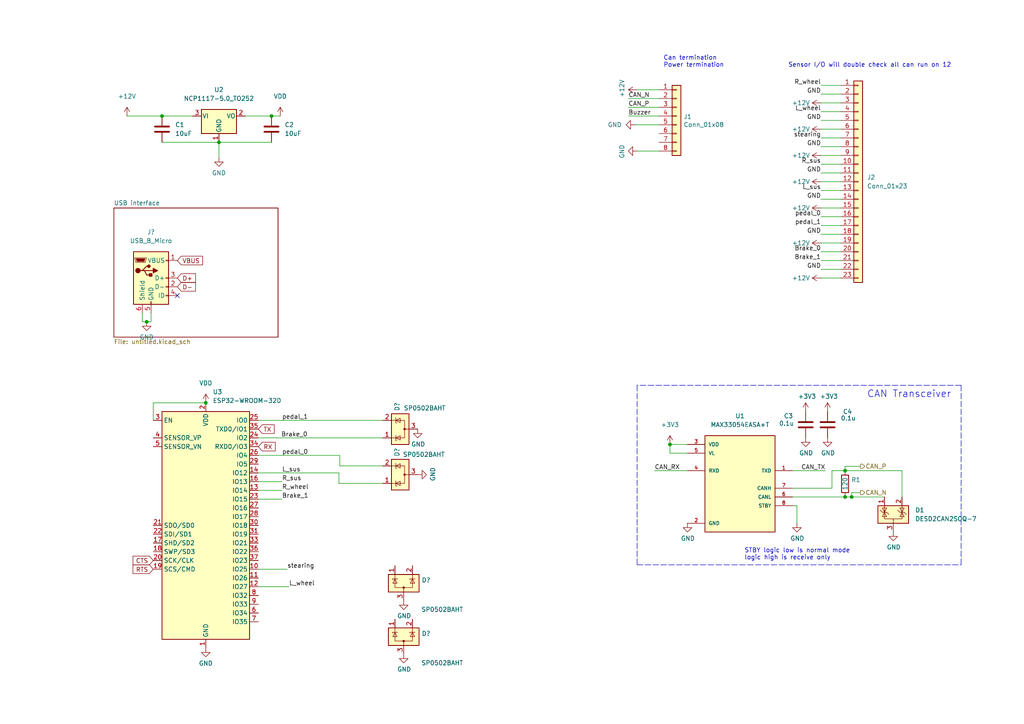
<source format=kicad_sch>
(kicad_sch (version 20211123) (generator eeschema)
  (paper "A4")
  (lib_symbols
    (symbol "AERO_Symbols:MAX33054EASA+T" (pin_names (offset 1.016))
      (property "Reference" "U" (at -10.16 13.6906 0))
      (property "Value" "MAX33054EASA+T" (at -10.16 -19.2278 0))
      (symbol "MAX33054EASA+T_0_0"
        (rectangle (start -10.16 -15.24) (end 10.16 12.7) (stroke (width 0.254)) (fill (type background)))
        (pin input line (at -15.24 2.54 0) (length 5.08) (name "TXD") (number "1"))
        (pin power_in line (at 15.24 -12.7 180) (length 5.08) (name "GND") (number "2"))
        (pin power_in line (at 15.24 10.16 180) (length 5.08) (name "VDD") (number "3"))
        (pin output line (at 15.24 2.54 180) (length 5.08) (name "RXD") (number "4"))
        (pin power_in line (at 15.24 7.62 180) (length 5.08) (name "VL") (number "5"))
        (pin input line (at -15.24 -5.08 0) (length 5.08) (name "CANL") (number "6"))
        (pin input line (at -15.24 -2.54 0) (length 5.08) (name "CANH") (number "7"))
        (pin input line (at -15.24 -7.62 0) (length 5.08) (name "STBY") (number "8"))
      )
    )
    (symbol "Connector:USB_B_Micro" (pin_names (offset 1.016))
      (property "Reference" "J" (at -5.08 11.43 0))
      (property "Value" "USB_B_Micro" (at -5.08 8.89 0))
      (symbol "USB_B_Micro_0_1"
        (rectangle (start -5.08 -7.62) (end 5.08 7.62) (stroke (width 0.254)) (fill (type background)))
        (circle (center -3.81 2.159) (radius 0.635) (stroke (width 0.254)) (fill (type outline)))
        (circle (center -0.635 3.429) (radius 0.381) (stroke (width 0.254)) (fill (type outline)))
        (rectangle (start -0.127 -7.62) (end 0.127 -6.858))
        (polyline (pts (xy -1.905 2.159) (xy 0.635 2.159)) (stroke (width 0.254)))
        (polyline (pts (xy -3.175 2.159) (xy -2.54 2.159) (xy -1.27 3.429) (xy -0.635 3.429)) (stroke (width 0.254)))
        (polyline (pts (xy -2.54 2.159) (xy -1.905 2.159) (xy -1.27 0.889) (xy 0 0.889)) (stroke (width 0.254)))
        (polyline (pts (xy 0.635 2.794) (xy 0.635 1.524) (xy 1.905 2.159) (xy 0.635 2.794)) (stroke (width 0.254)) (fill (type outline)))
        (polyline (pts (xy -4.318 5.588) (xy -1.778 5.588) (xy -2.032 4.826) (xy -4.064 4.826) (xy -4.318 5.588)) (fill (type outline)))
        (polyline (pts (xy -4.699 5.842) (xy -4.699 5.588) (xy -4.445 4.826) (xy -4.445 4.572) (xy -1.651 4.572) (xy -1.651 4.826) (xy -1.397 5.588) (xy -1.397 5.842) (xy -4.699 5.842)))
        (rectangle (start 0.254 1.27) (end -0.508 0.508) (stroke (width 0.254)) (fill (type outline)))
        (rectangle (start 5.08 -5.207) (end 4.318 -4.953))
        (rectangle (start 5.08 -2.667) (end 4.318 -2.413))
        (rectangle (start 5.08 -0.127) (end 4.318 0.127))
        (rectangle (start 5.08 4.953) (end 4.318 5.207))
      )
      (symbol "USB_B_Micro_1_1"
        (pin power_out line (at 7.62 5.08 180) (length 2.54) (name "VBUS") (number "1"))
        (pin bidirectional line (at 7.62 -2.54 180) (length 2.54) (name "D-") (number "2"))
        (pin bidirectional line (at 7.62 0 180) (length 2.54) (name "D+") (number "3"))
        (pin passive line (at 7.62 -5.08 180) (length 2.54) (name "ID") (number "4"))
        (pin power_out line (at 0 -10.16 90) (length 2.54) (name "GND") (number "5"))
        (pin passive line (at -2.54 -10.16 90) (length 2.54) (name "Shield") (number "6"))
      )
    )
    (symbol "Connector_Generic:Conn_01x08" (pin_names (offset 1.016) hide)
      (property "Reference" "J" (at 0 10.16 0))
      (property "Value" "Conn_01x08" (at 0 -12.7 0))
      (symbol "Conn_01x08_1_1"
        (rectangle (start -1.27 -10.033) (end 0 -10.287) (stroke (width 0.1524)))
        (rectangle (start -1.27 -7.493) (end 0 -7.747) (stroke (width 0.1524)))
        (rectangle (start -1.27 -4.953) (end 0 -5.207) (stroke (width 0.1524)))
        (rectangle (start -1.27 -2.413) (end 0 -2.667) (stroke (width 0.1524)))
        (rectangle (start -1.27 0.127) (end 0 -0.127) (stroke (width 0.1524)))
        (rectangle (start -1.27 2.667) (end 0 2.413) (stroke (width 0.1524)))
        (rectangle (start -1.27 5.207) (end 0 4.953) (stroke (width 0.1524)))
        (rectangle (start -1.27 7.747) (end 0 7.493) (stroke (width 0.1524)))
        (rectangle (start -1.27 8.89) (end 1.27 -11.43) (stroke (width 0.254)) (fill (type background)))
        (pin passive line (at -5.08 7.62 0) (length 3.81) (name "Pin_1") (number "1"))
        (pin passive line (at -5.08 5.08 0) (length 3.81) (name "Pin_2") (number "2"))
        (pin passive line (at -5.08 2.54 0) (length 3.81) (name "Pin_3") (number "3"))
        (pin passive line (at -5.08 0 0) (length 3.81) (name "Pin_4") (number "4"))
        (pin passive line (at -5.08 -2.54 0) (length 3.81) (name "Pin_5") (number "5"))
        (pin passive line (at -5.08 -5.08 0) (length 3.81) (name "Pin_6") (number "6"))
        (pin passive line (at -5.08 -7.62 0) (length 3.81) (name "Pin_7") (number "7"))
        (pin passive line (at -5.08 -10.16 0) (length 3.81) (name "Pin_8") (number "8"))
      )
    )
    (symbol "Connector_Generic:Conn_01x23" (pin_names (offset 1.016) hide)
      (property "Reference" "J" (at 0 30.48 0))
      (property "Value" "Conn_01x23" (at 0 -30.48 0))
      (symbol "Conn_01x23_1_1"
        (rectangle (start -1.27 -27.813) (end 0 -28.067) (stroke (width 0.1524)))
        (rectangle (start -1.27 -25.273) (end 0 -25.527) (stroke (width 0.1524)))
        (rectangle (start -1.27 -22.733) (end 0 -22.987) (stroke (width 0.1524)))
        (rectangle (start -1.27 -20.193) (end 0 -20.447) (stroke (width 0.1524)))
        (rectangle (start -1.27 -17.653) (end 0 -17.907) (stroke (width 0.1524)))
        (rectangle (start -1.27 -15.113) (end 0 -15.367) (stroke (width 0.1524)))
        (rectangle (start -1.27 -12.573) (end 0 -12.827) (stroke (width 0.1524)))
        (rectangle (start -1.27 -10.033) (end 0 -10.287) (stroke (width 0.1524)))
        (rectangle (start -1.27 -7.493) (end 0 -7.747) (stroke (width 0.1524)))
        (rectangle (start -1.27 -4.953) (end 0 -5.207) (stroke (width 0.1524)))
        (rectangle (start -1.27 -2.413) (end 0 -2.667) (stroke (width 0.1524)))
        (rectangle (start -1.27 0.127) (end 0 -0.127) (stroke (width 0.1524)))
        (rectangle (start -1.27 2.667) (end 0 2.413) (stroke (width 0.1524)))
        (rectangle (start -1.27 5.207) (end 0 4.953) (stroke (width 0.1524)))
        (rectangle (start -1.27 7.747) (end 0 7.493) (stroke (width 0.1524)))
        (rectangle (start -1.27 10.287) (end 0 10.033) (stroke (width 0.1524)))
        (rectangle (start -1.27 12.827) (end 0 12.573) (stroke (width 0.1524)))
        (rectangle (start -1.27 15.367) (end 0 15.113) (stroke (width 0.1524)))
        (rectangle (start -1.27 17.907) (end 0 17.653) (stroke (width 0.1524)))
        (rectangle (start -1.27 20.447) (end 0 20.193) (stroke (width 0.1524)))
        (rectangle (start -1.27 22.987) (end 0 22.733) (stroke (width 0.1524)))
        (rectangle (start -1.27 25.527) (end 0 25.273) (stroke (width 0.1524)))
        (rectangle (start -1.27 28.067) (end 0 27.813) (stroke (width 0.1524)))
        (rectangle (start -1.27 29.21) (end 1.27 -29.21) (stroke (width 0.254)) (fill (type background)))
        (pin passive line (at -5.08 27.94 0) (length 3.81) (name "Pin_1") (number "1"))
        (pin passive line (at -5.08 5.08 0) (length 3.81) (name "Pin_10") (number "10"))
        (pin passive line (at -5.08 2.54 0) (length 3.81) (name "Pin_11") (number "11"))
        (pin passive line (at -5.08 0 0) (length 3.81) (name "Pin_12") (number "12"))
        (pin passive line (at -5.08 -2.54 0) (length 3.81) (name "Pin_13") (number "13"))
        (pin passive line (at -5.08 -5.08 0) (length 3.81) (name "Pin_14") (number "14"))
        (pin passive line (at -5.08 -7.62 0) (length 3.81) (name "Pin_15") (number "15"))
        (pin passive line (at -5.08 -10.16 0) (length 3.81) (name "Pin_16") (number "16"))
        (pin passive line (at -5.08 -12.7 0) (length 3.81) (name "Pin_17") (number "17"))
        (pin passive line (at -5.08 -15.24 0) (length 3.81) (name "Pin_18") (number "18"))
        (pin passive line (at -5.08 -17.78 0) (length 3.81) (name "Pin_19") (number "19"))
        (pin passive line (at -5.08 25.4 0) (length 3.81) (name "Pin_2") (number "2"))
        (pin passive line (at -5.08 -20.32 0) (length 3.81) (name "Pin_20") (number "20"))
        (pin passive line (at -5.08 -22.86 0) (length 3.81) (name "Pin_21") (number "21"))
        (pin passive line (at -5.08 -25.4 0) (length 3.81) (name "Pin_22") (number "22"))
        (pin passive line (at -5.08 -27.94 0) (length 3.81) (name "Pin_23") (number "23"))
        (pin passive line (at -5.08 22.86 0) (length 3.81) (name "Pin_3") (number "3"))
        (pin passive line (at -5.08 20.32 0) (length 3.81) (name "Pin_4") (number "4"))
        (pin passive line (at -5.08 17.78 0) (length 3.81) (name "Pin_5") (number "5"))
        (pin passive line (at -5.08 15.24 0) (length 3.81) (name "Pin_6") (number "6"))
        (pin passive line (at -5.08 12.7 0) (length 3.81) (name "Pin_7") (number "7"))
        (pin passive line (at -5.08 10.16 0) (length 3.81) (name "Pin_8") (number "8"))
        (pin passive line (at -5.08 7.62 0) (length 3.81) (name "Pin_9") (number "9"))
      )
    )
    (symbol "Device:C" (pin_numbers hide) (pin_names (offset 0.254))
      (property "Reference" "C" (at 0.635 2.54 0))
      (property "Value" "C" (at 0.635 -2.54 0))
      (symbol "C_0_1"
        (polyline (pts (xy -2.032 -0.762) (xy 2.032 -0.762)) (stroke (width 0.508)))
        (polyline (pts (xy -2.032 0.762) (xy 2.032 0.762)) (stroke (width 0.508)))
      )
      (symbol "C_1_1"
        (pin passive line (at 0 3.81 270) (length 2.794) (name "~") (number "1"))
        (pin passive line (at 0 -3.81 90) (length 2.794) (name "~") (number "2"))
      )
    )
    (symbol "Device:R" (pin_numbers hide) (pin_names (offset 0))
      (property "Reference" "R" (at 2.032 0 90))
      (property "Value" "R" (at 0 0 90))
      (symbol "R_0_1"
        (rectangle (start -1.016 -2.54) (end 1.016 2.54) (stroke (width 0.254)))
      )
      (symbol "R_1_1"
        (pin passive line (at 0 3.81 270) (length 1.27) (name "~") (number "1"))
        (pin passive line (at 0 -3.81 90) (length 1.27) (name "~") (number "2"))
      )
    )
    (symbol "Power_Protection:NUP2105L" (pin_names hide)
      (property "Reference" "D" (at 5.715 2.54 0))
      (property "Value" "NUP2105L" (at 5.715 0.635 0))
      (symbol "NUP2105L_0_0"
        (pin passive line (at 0 -5.08 90) (length 2.54) (name "A") (number "3"))
      )
      (symbol "NUP2105L_0_1"
        (rectangle (start -4.445 2.54) (end 4.445 -2.54) (stroke (width 0.254)) (fill (type background)))
        (polyline (pts (xy -2.54 2.54) (xy -2.54 0.635)))
        (polyline (pts (xy 0 -1.27) (xy 0 -2.54)))
        (polyline (pts (xy 2.54 2.54) (xy 2.54 0.635)))
        (polyline (pts (xy -3.81 1.27) (xy -3.175 0.635) (xy -1.905 0.635) (xy -1.27 0)))
        (polyline (pts (xy -2.54 0.635) (xy -2.54 -1.27) (xy 2.54 -1.27) (xy 2.54 0.635)))
        (polyline (pts (xy -2.54 0.635) (xy -1.905 -0.635) (xy -3.175 -0.635) (xy -2.54 0.635)))
        (polyline (pts (xy 2.54 0.635) (xy 1.905 -0.635) (xy 3.175 -0.635) (xy 2.54 0.635)))
        (polyline (pts (xy 2.54 0.635) (xy 3.175 1.905) (xy 1.905 1.905) (xy 2.54 0.635)))
        (polyline (pts (xy -2.54 0.635) (xy -3.175 1.905) (xy -1.905 1.905) (xy -2.54 0.635) (xy -2.54 1.27)))
        (polyline (pts (xy 1.27 1.27) (xy 1.905 0.635) (xy 2.54 0.635) (xy 3.175 0.635) (xy 3.81 0)))
      )
      (symbol "NUP2105L_1_1"
        (pin passive line (at -2.54 5.08 270) (length 2.54) (name "K") (number "1"))
        (pin passive line (at 2.54 5.08 270) (length 2.54) (name "K") (number "2"))
      )
    )
    (symbol "Power_Protection:SP0502BAHT" (pin_names hide)
      (property "Reference" "D" (at 5.715 2.54 0))
      (property "Value" "SP0502BAHT" (at 5.715 0.635 0))
      (symbol "SP0502BAHT_0_0"
        (pin passive line (at 0 -5.08 90) (length 2.54) (name "A") (number "3"))
      )
      (symbol "SP0502BAHT_0_1"
        (rectangle (start -4.445 2.54) (end 4.445 -2.54) (stroke (width 0.254)) (fill (type background)))
        (circle (center 0 -1.27) (radius 0.254) (fill (type outline)))
        (polyline (pts (xy -2.54 2.54) (xy -2.54 1.27)))
        (polyline (pts (xy 0 -1.27) (xy 0 -2.54)))
        (polyline (pts (xy 2.54 2.54) (xy 2.54 1.27)))
        (polyline (pts (xy -3.302 1.016) (xy -3.302 1.27) (xy -1.905 1.27) (xy -1.778 1.27)))
        (polyline (pts (xy -2.54 1.27) (xy -2.54 -1.27) (xy 2.54 -1.27) (xy 2.54 1.27)))
        (polyline (pts (xy -2.54 1.27) (xy -1.905 0) (xy -3.175 0) (xy -2.54 1.27)))
        (polyline (pts (xy 1.778 1.016) (xy 1.778 1.27) (xy 3.175 1.27) (xy 3.302 1.27)))
        (polyline (pts (xy 2.54 1.27) (xy 1.905 0) (xy 3.175 0) (xy 2.54 1.27)))
      )
      (symbol "SP0502BAHT_1_1"
        (pin passive line (at -2.54 5.08 270) (length 2.54) (name "K") (number "1"))
        (pin passive line (at 2.54 5.08 270) (length 2.54) (name "K") (number "2"))
      )
    )
    (symbol "RF_Module:ESP32-WROOM-32D"
      (property "Reference" "U" (at -12.7 34.29 0))
      (property "Value" "ESP32-WROOM-32D" (at 1.27 34.29 0))
      (symbol "ESP32-WROOM-32D_0_1"
        (rectangle (start -12.7 33.02) (end 12.7 -33.02) (stroke (width 0.254)) (fill (type background)))
      )
      (symbol "ESP32-WROOM-32D_1_1"
        (pin power_in line (at 0 -35.56 90) (length 2.54) (name "GND") (number "1"))
        (pin bidirectional line (at 15.24 -12.7 180) (length 2.54) (name "IO25") (number "10"))
        (pin bidirectional line (at 15.24 -15.24 180) (length 2.54) (name "IO26") (number "11"))
        (pin bidirectional line (at 15.24 -17.78 180) (length 2.54) (name "IO27") (number "12"))
        (pin bidirectional line (at 15.24 10.16 180) (length 2.54) (name "IO14") (number "13"))
        (pin bidirectional line (at 15.24 15.24 180) (length 2.54) (name "IO12") (number "14"))
        (pin passive line (at 0 -35.56 90) (length 2.54) hide (name "GND") (number "15"))
        (pin bidirectional line (at 15.24 12.7 180) (length 2.54) (name "IO13") (number "16"))
        (pin bidirectional line (at -15.24 -5.08 0) (length 2.54) (name "SHD/SD2") (number "17"))
        (pin bidirectional line (at -15.24 -7.62 0) (length 2.54) (name "SWP/SD3") (number "18"))
        (pin bidirectional line (at -15.24 -12.7 0) (length 2.54) (name "SCS/CMD") (number "19"))
        (pin power_in line (at 0 35.56 270) (length 2.54) (name "VDD") (number "2"))
        (pin bidirectional line (at -15.24 -10.16 0) (length 2.54) (name "SCK/CLK") (number "20"))
        (pin bidirectional line (at -15.24 0 0) (length 2.54) (name "SDO/SD0") (number "21"))
        (pin bidirectional line (at -15.24 -2.54 0) (length 2.54) (name "SDI/SD1") (number "22"))
        (pin bidirectional line (at 15.24 7.62 180) (length 2.54) (name "IO15") (number "23"))
        (pin bidirectional line (at 15.24 25.4 180) (length 2.54) (name "IO2") (number "24"))
        (pin bidirectional line (at 15.24 30.48 180) (length 2.54) (name "IO0") (number "25"))
        (pin bidirectional line (at 15.24 20.32 180) (length 2.54) (name "IO4") (number "26"))
        (pin bidirectional line (at 15.24 5.08 180) (length 2.54) (name "IO16") (number "27"))
        (pin bidirectional line (at 15.24 2.54 180) (length 2.54) (name "IO17") (number "28"))
        (pin bidirectional line (at 15.24 17.78 180) (length 2.54) (name "IO5") (number "29"))
        (pin input line (at -15.24 30.48 0) (length 2.54) (name "EN") (number "3"))
        (pin bidirectional line (at 15.24 0 180) (length 2.54) (name "IO18") (number "30"))
        (pin bidirectional line (at 15.24 -2.54 180) (length 2.54) (name "IO19") (number "31"))
        (pin no_connect line (at -12.7 -27.94 0) (length 2.54) hide (name "NC") (number "32"))
        (pin bidirectional line (at 15.24 -5.08 180) (length 2.54) (name "IO21") (number "33"))
        (pin bidirectional line (at 15.24 22.86 180) (length 2.54) (name "RXD0/IO3") (number "34"))
        (pin bidirectional line (at 15.24 27.94 180) (length 2.54) (name "TXD0/IO1") (number "35"))
        (pin bidirectional line (at 15.24 -7.62 180) (length 2.54) (name "IO22") (number "36"))
        (pin bidirectional line (at 15.24 -10.16 180) (length 2.54) (name "IO23") (number "37"))
        (pin passive line (at 0 -35.56 90) (length 2.54) hide (name "GND") (number "38"))
        (pin passive line (at 0 -35.56 90) (length 2.54) hide (name "GND") (number "39"))
        (pin input line (at -15.24 25.4 0) (length 2.54) (name "SENSOR_VP") (number "4"))
        (pin input line (at -15.24 22.86 0) (length 2.54) (name "SENSOR_VN") (number "5"))
        (pin input line (at 15.24 -25.4 180) (length 2.54) (name "IO34") (number "6"))
        (pin input line (at 15.24 -27.94 180) (length 2.54) (name "IO35") (number "7"))
        (pin bidirectional line (at 15.24 -20.32 180) (length 2.54) (name "IO32") (number "8"))
        (pin bidirectional line (at 15.24 -22.86 180) (length 2.54) (name "IO33") (number "9"))
      )
    )
    (symbol "Regulator_Linear:NCP1117-5.0_TO252" (pin_names (offset 0.254))
      (property "Reference" "U" (at -3.81 3.175 0))
      (property "Value" "NCP1117-5.0_TO252" (at 0 3.175 0))
      (symbol "NCP1117-5.0_TO252_0_1"
        (rectangle (start -5.08 1.905) (end 5.08 -5.08) (stroke (width 0.254)) (fill (type background)))
      )
      (symbol "NCP1117-5.0_TO252_1_1"
        (pin power_in line (at 0 -7.62 90) (length 2.54) (name "GND") (number "1"))
        (pin power_out line (at 7.62 0 180) (length 2.54) (name "VO") (number "2"))
        (pin power_in line (at -7.62 0 0) (length 2.54) (name "VI") (number "3"))
      )
    )
    (symbol "power:+12V" (power) (pin_names (offset 0))
      (property "Value" "+12V" (at 0 3.556 0))
      (symbol "+12V_0_1"
        (polyline (pts (xy -0.762 1.27) (xy 0 2.54)))
        (polyline (pts (xy 0 0) (xy 0 2.54)))
        (polyline (pts (xy 0 2.54) (xy 0.762 1.27)))
      )
      (symbol "+12V_1_1"
        (pin power_in line (at 0 0 90) (length 0) hide (name "+12V") (number "1"))
      )
    )
    (symbol "power:+3.3V" (power) (pin_names (offset 0))
      (property "Value" "+3.3V" (at 0 3.556 0))
      (symbol "+3.3V_0_1"
        (polyline (pts (xy -0.762 1.27) (xy 0 2.54)))
        (polyline (pts (xy 0 0) (xy 0 2.54)))
        (polyline (pts (xy 0 2.54) (xy 0.762 1.27)))
      )
      (symbol "+3.3V_1_1"
        (pin power_in line (at 0 0 90) (length 0) hide (name "+3V3") (number "1"))
      )
    )
    (symbol "power:GND" (power) (pin_names (offset 0))
      (property "Value" "GND" (at 0 -3.81 0))
      (symbol "GND_0_1"
        (polyline (pts (xy 0 0) (xy 0 -1.27) (xy 1.27 -1.27) (xy 0 -2.54) (xy -1.27 -1.27) (xy 0 -1.27)))
      )
      (symbol "GND_1_1"
        (pin power_in line (at 0 0 270) (length 0) hide (name "GND") (number "1"))
      )
    )
    (symbol "power:VDD" (power) (pin_names (offset 0))
      (property "Value" "VDD" (at 0 3.81 0))
      (symbol "VDD_0_1"
        (polyline (pts (xy -0.762 1.27) (xy 0 2.54)))
        (polyline (pts (xy 0 0) (xy 0 2.54)))
        (polyline (pts (xy 0 2.54) (xy 0.762 1.27)))
      )
      (symbol "VDD_1_1"
        (pin power_in line (at 0 0 90) (length 0) hide (name "VDD") (number "1"))
      )
    )
  )
  (junction (at 194.31 128.905))
  (junction (at 63.5 41.275))
  (junction (at 46.99 33.655))
  (junction (at 59.69 116.84))
  (junction (at 78.74 33.655))
  (junction (at 245.11 144.145))
  (junction (at 245.11 136.525))
  (junction (at 42.545 93.345))
  (junction (at 247.015 144.145))
  (no_connect (at 51.435 85.725))
  (wire (pts (xy 199.39 131.445) (xy 194.31 131.445)))
  (wire (pts (xy 74.93 165.1) (xy 83.312 165.1)))
  (wire (pts (xy 238.125 73.025) (xy 243.84 73.025)))
  (polyline (pts (xy 184.785 163.83) (xy 278.765 163.83)))
  (wire (pts (xy 184.785 43.815) (xy 191.135 43.815)))
  (wire (pts (xy 238.125 80.645) (xy 243.84 80.645)))
  (wire (pts (xy 238.125 75.565) (xy 243.84 75.565)))
  (wire (pts (xy 182.245 28.575) (xy 191.135 28.575)))
  (wire (pts (xy 238.125 27.305) (xy 243.84 27.305)))
  (wire (pts (xy 46.99 33.655) (xy 55.88 33.655)))
  (wire (pts (xy 238.125 65.405) (xy 243.84 65.405)))
  (wire (pts (xy 74.93 137.16) (xy 98.298 137.16)))
  (wire (pts (xy 231.14 151.765) (xy 231.14 146.685)))
  (wire (pts (xy 238.125 40.005) (xy 243.84 40.005)))
  (wire (pts (xy 249.555 142.875) (xy 247.015 142.875)))
  (wire (pts (xy 78.74 33.655) (xy 81.28 33.655)))
  (wire (pts (xy 98.552 135.128) (xy 98.552 132.08)))
  (wire (pts (xy 110.998 135.128) (xy 98.552 135.128)))
  (wire (pts (xy 238.125 78.105) (xy 243.84 78.105)))
  (wire (pts (xy 238.125 52.705) (xy 243.84 52.705)))
  (wire (pts (xy 238.125 45.085) (xy 243.84 45.085)))
  (wire (pts (xy 245.11 144.145) (xy 247.015 144.145)))
  (wire (pts (xy 110.998 140.208) (xy 98.298 140.208)))
  (wire (pts (xy 241.3 136.525) (xy 245.11 136.525)))
  (wire (pts (xy 74.93 127) (xy 110.998 127)))
  (wire (pts (xy 43.815 93.345) (xy 42.545 93.345)))
  (wire (pts (xy 184.15 36.195) (xy 191.135 36.195)))
  (wire (pts (xy 247.015 142.875) (xy 247.015 144.145)))
  (wire (pts (xy 238.125 60.325) (xy 243.84 60.325)))
  (wire (pts (xy 41.275 93.345) (xy 42.545 93.345)))
  (wire (pts (xy 238.125 24.765) (xy 243.84 24.765)))
  (wire (pts (xy 98.298 140.208) (xy 98.298 137.16)))
  (wire (pts (xy 231.14 146.685) (xy 229.87 146.685)))
  (wire (pts (xy 238.125 57.785) (xy 243.84 57.785)))
  (polyline (pts (xy 278.765 111.76) (xy 278.765 163.83)))
  (wire (pts (xy 238.125 34.925) (xy 243.84 34.925)))
  (wire (pts (xy 249.555 135.255) (xy 245.11 135.255)))
  (wire (pts (xy 238.125 42.545) (xy 243.84 42.545)))
  (wire (pts (xy 74.93 142.24) (xy 81.788 142.24)))
  (wire (pts (xy 238.125 70.485) (xy 243.84 70.485)))
  (wire (pts (xy 238.125 29.845) (xy 243.84 29.845)))
  (wire (pts (xy 63.5 45.72) (xy 63.5 41.275)))
  (wire (pts (xy 182.245 31.115) (xy 191.135 31.115)))
  (wire (pts (xy 71.12 33.655) (xy 78.74 33.655)))
  (wire (pts (xy 63.5 41.275) (xy 78.74 41.275)))
  (wire (pts (xy 238.125 37.465) (xy 243.84 37.465)))
  (wire (pts (xy 245.11 136.525) (xy 261.62 136.525)))
  (wire (pts (xy 182.245 33.655) (xy 191.135 33.655)))
  (wire (pts (xy 189.865 136.525) (xy 199.39 136.525)))
  (wire (pts (xy 247.015 144.145) (xy 256.54 144.145)))
  (wire (pts (xy 74.93 132.08) (xy 98.552 132.08)))
  (wire (pts (xy 41.275 90.805) (xy 41.275 93.345)))
  (wire (pts (xy 44.45 121.92) (xy 44.45 116.84)))
  (polyline (pts (xy 184.785 111.76) (xy 184.785 163.83)))
  (wire (pts (xy 36.83 33.655) (xy 46.99 33.655)))
  (wire (pts (xy 245.11 135.255) (xy 245.11 136.525)))
  (wire (pts (xy 238.125 50.165) (xy 243.84 50.165)))
  (wire (pts (xy 44.45 116.84) (xy 59.69 116.84)))
  (wire (pts (xy 261.62 136.525) (xy 261.62 144.145)))
  (wire (pts (xy 229.87 144.145) (xy 245.11 144.145)))
  (wire (pts (xy 194.31 131.445) (xy 194.31 128.905)))
  (wire (pts (xy 81.788 144.78) (xy 74.93 144.78)))
  (wire (pts (xy 238.125 55.245) (xy 243.84 55.245)))
  (wire (pts (xy 43.815 90.805) (xy 43.815 93.345)))
  (wire (pts (xy 238.125 47.625) (xy 243.84 47.625)))
  (wire (pts (xy 74.93 121.92) (xy 110.998 121.92)))
  (wire (pts (xy 239.395 136.525) (xy 229.87 136.525)))
  (wire (pts (xy 238.125 67.945) (xy 243.84 67.945)))
  (wire (pts (xy 229.87 141.605) (xy 241.3 141.605)))
  (wire (pts (xy 238.125 32.385) (xy 243.84 32.385)))
  (wire (pts (xy 191.135 26.035) (xy 184.785 26.035)))
  (wire (pts (xy 81.788 139.7) (xy 74.93 139.7)))
  (wire (pts (xy 46.99 41.275) (xy 63.5 41.275)))
  (wire (pts (xy 194.31 128.905) (xy 199.39 128.905)))
  (polyline (pts (xy 278.765 111.76) (xy 184.785 111.76)))
  (wire (pts (xy 238.125 62.865) (xy 243.84 62.865)))
  (wire (pts (xy 241.3 141.605) (xy 241.3 136.525)))
  (wire (pts (xy 74.93 170.18) (xy 83.82 170.18)))
  (text "Can termination\nPower termination\n" (at 192.405 19.685 0) (effects (font (size 1.27 1.27)) (justify left bottom)))
  (text "CAN Transceiver" (at 251.46 115.57 0) (effects (font (size 2.0066 2.0066)) (justify left bottom)))
  (text "Sensor I/O will double check all can run on 12\n" (at 228.6 19.685 0) (effects (font (size 1.27 1.27)) (justify left bottom)))
  (text "STBY logic low is normal mode\nlogic high is receive only" (at 215.9 162.56 0) (effects (font (size 1.27 1.27)) (justify left bottom)))
  (label "GND" (at 238.125 42.545 180))
  (label "CAN_P" (at 182.245 31.115 0))
  (label "CAN_RX" (at 189.865 136.525 0))
  (label "GND" (at 238.125 78.105 180))
  (label "CAN_N" (at 182.245 28.575 0))
  (label "pedal_0" (at 238.125 62.865 180))
  (label "R_sus" (at 81.788 139.7 0))
  (label "GND" (at 238.125 67.945 180))
  (label "Brake_0" (at 238.125 73.025 180))
  (label "GND" (at 238.125 27.305 180))
  (label "Buzzer" (at 182.245 33.655 0))
  (label "CAN_TX" (at 239.395 136.525 180))
  (label "pedal_1" (at 81.788 121.92 0))
  (label "GND" (at 238.125 50.165 180))
  (label "pedal_0" (at 81.788 132.08 0))
  (label "stearing" (at 238.125 40.005 180))
  (label "Brake_1" (at 238.125 75.565 180))
  (label "stearing" (at 83.312 165.1 0))
  (label "R_wheel" (at 238.125 24.765 180))
  (label "L_sus" (at 238.125 55.245 180))
  (label "Brake_0" (at 81.534 127 0))
  (label "L_wheel" (at 83.82 170.18 0))
  (label "GND" (at 238.125 34.925 180))
  (label "pedal_1" (at 238.125 65.405 180))
  (label "L_sus" (at 81.788 137.16 0))
  (label "R_wheel" (at 81.788 142.24 0))
  (label "Brake_1" (at 81.788 144.78 0))
  (label "L_wheel" (at 238.125 32.385 180))
  (label "R_sus" (at 238.125 47.625 180))
  (label "GND" (at 238.125 57.785 180))
  (global_label "VBUS" (shape input) (at 51.435 75.565 0) (property "Intersheet References" "${INTERSHEET_REFS}" (effects hide)))
  (global_label "TX" (shape input) (at 74.93 124.46 0) (property "Intersheet References" "${INTERSHEET_REFS}" (effects hide)))
  (global_label "CTS" (shape input) (at 44.45 162.56 180) (property "Intersheet References" "${INTERSHEET_REFS}" (effects hide)))
  (global_label "RX" (shape input) (at 74.93 129.54 0) (property "Intersheet References" "${INTERSHEET_REFS}" (effects hide)))
  (global_label "D-" (shape input) (at 51.435 83.185 0) (property "Intersheet References" "${INTERSHEET_REFS}" (effects hide)))
  (global_label "D+" (shape input) (at 51.435 80.645 0) (property "Intersheet References" "${INTERSHEET_REFS}" (effects hide)))
  (global_label "RTS" (shape input) (at 44.45 165.1 180) (property "Intersheet References" "${INTERSHEET_REFS}" (effects hide)))
  (hierarchical_label "CAN_N" (shape output) (at 249.555 142.875 0))
  (hierarchical_label "CAN_P" (shape output) (at 249.555 135.255 0))
  (symbol (lib_id "Power_Protection:SP0502BAHT") (at 117.094 184.658 0) (unit 1)
    (property "Reference" "D?" (at 122.301 183.7495 0) (effects (justify left)))
    (property "Value" "SP0502BAHT" (at 122.174 192.278 0) (effects (justify left)))
    (property "Footprint" "Package_TO_SOT_SMD:SOT-23" (effects hide))
    (property "Datasheet" "http://www.littelfuse.com/~/media/files/littelfuse/technical%20resources/documents/data%20sheets/sp05xxba.pdf" (effects hide))
  )
  (symbol (lib_id "power:GND") (at 117.094 189.738 0) (unit 1)
    (property "Reference" "#PWR?" (effects hide))
    (property "Value" "GND" (at 117.221 194.1322 0))
  )
  (symbol (lib_id "Power_Protection:SP0502BAHT") (at 117.094 169.164 0) (unit 1)
    (property "Reference" "D?" (at 122.301 168.2555 0) (effects (justify left)))
    (property "Value" "SP0502BAHT" (at 122.174 176.784 0) (effects (justify left)))
    (property "Footprint" "Package_TO_SOT_SMD:SOT-23" (effects hide))
    (property "Datasheet" "http://www.littelfuse.com/~/media/files/littelfuse/technical%20resources/documents/data%20sheets/sp05xxba.pdf" (effects hide))
  )
  (symbol (lib_id "Device:R") (at 245.11 140.335 0) (unit 1)
    (property "Reference" "R1" (at 246.888 139.1666 0) (effects (justify left)))
    (property "Value" "120" (at 245.11 142.24 90) (effects (justify left)))
    (property "Footprint" "Resistor_SMD:R_0603_1608Metric_Pad0.98x0.95mm_HandSolder" (effects hide))
  )
  (symbol (lib_id "power:GND") (at 59.69 187.96 0) (unit 1)
    (property "Reference" "#PWR023" (effects hide))
    (property "Value" "GND" (at 59.69 192.405 0))
  )
  (symbol (lib_id "power:+3.3V") (at 233.68 119.38 0) (unit 1)
    (property "Reference" "#PWR015" (effects hide))
    (property "Value" "+3.3V" (at 234.061 114.9858 0))
  )
  (symbol (lib_id "Connector_Generic:Conn_01x23") (at 248.92 52.705 0) (unit 1)
    (property "Reference" "J2" (at 251.46 51.4349 0) (effects (justify left)))
    (property "Value" "Conn_01x23" (at 251.46 53.9749 0) (effects (justify left)))
  )
  (symbol (lib_id "Device:C") (at 240.03 123.19 0) (unit 1)
    (property "Reference" "C4" (at 244.475 119.38 0) (effects (justify left)))
    (property "Value" "0.1u" (at 243.84 121.285 0) (effects (justify left)))
    (property "Footprint" "Capacitor_SMD:C_0603_1608Metric_Pad1.08x0.95mm_HandSolder" (effects hide))
  )
  (symbol (lib_id "power:GND") (at 42.545 93.345 0) (unit 1)
    (property "Reference" "#PWR?" (effects hide))
    (property "Value" "GND" (at 42.545 97.79 0))
  )
  (symbol (lib_id "Device:C") (at 46.99 37.465 0) (unit 1)
    (property "Reference" "C1" (at 50.8 36.1949 0) (effects (justify left)))
    (property "Value" "10uF" (at 50.8 38.7349 0) (effects (justify left)))
    (property "Footprint" "Capacitor_SMD:C_0603_1608Metric_Pad1.08x0.95mm_HandSolder" (effects hide))
  )
  (symbol (lib_id "power:+12V") (at 238.125 52.705 90) (unit 1)
    (property "Reference" "#PWR010" (effects hide))
    (property "Value" "+12V" (at 234.95 52.7049 90) (effects (justify left)))
  )
  (symbol (lib_id "power:+12V") (at 238.125 45.085 90) (unit 1)
    (property "Reference" "#PWR08" (effects hide))
    (property "Value" "+12V" (at 234.95 45.0849 90) (effects (justify left)))
  )
  (symbol (lib_id "power:GND") (at 117.094 174.244 0) (unit 1)
    (property "Reference" "#PWR?" (effects hide))
    (property "Value" "GND" (at 117.221 178.6382 0))
  )
  (symbol (lib_id "power:GND") (at 121.158 137.668 90) (unit 1)
    (property "Reference" "#PWR?" (effects hide))
    (property "Value" "GND" (at 125.5522 137.541 0))
  )
  (symbol (lib_id "power:GND") (at 231.14 151.765 0) (unit 1)
    (property "Reference" "#PWR021" (effects hide))
    (property "Value" "GND" (at 231.267 156.1592 0))
  )
  (symbol (lib_id "power:GND") (at 199.39 151.765 0) (unit 1)
    (property "Reference" "#PWR020" (effects hide))
    (property "Value" "GND" (at 199.517 156.1592 0))
  )
  (symbol (lib_id "power:+12V") (at 238.125 37.465 90) (unit 1)
    (property "Reference" "#PWR06" (effects hide))
    (property "Value" "+12V" (at 234.95 37.4649 90) (effects (justify left)))
  )
  (symbol (lib_id "Connector:USB_B_Micro") (at 43.815 80.645 0) (unit 1)
    (property "Reference" "J?" (at 43.815 67.31 0))
    (property "Value" "USB_B_Micro" (at 43.815 69.85 0))
  )
  (symbol (lib_id "power:GND") (at 233.68 127 0) (unit 1)
    (property "Reference" "#PWR017" (effects hide))
    (property "Value" "GND" (at 233.807 131.3942 0))
  )
  (symbol (lib_id "power:+3.3V") (at 194.31 128.905 0) (unit 1)
    (property "Reference" "#PWR019" (effects hide))
    (property "Value" "+3.3V" (at 194.31 123.19 0))
  )
  (symbol (lib_id "power:GND") (at 259.08 154.305 0) (unit 1)
    (property "Reference" "#PWR022" (effects hide))
    (property "Value" "GND" (at 259.207 158.6992 0))
  )
  (symbol (lib_id "power:GND") (at 184.785 43.815 270) (unit 1)
    (property "Reference" "#PWR07" (effects hide))
    (property "Value" "GND" (at 180.3908 43.942 0))
  )
  (symbol (lib_id "RF_Module:ESP32-WROOM-32D") (at 59.69 152.4 0) (unit 1)
    (property "Reference" "U3" (at 61.7094 113.665 0) (effects (justify left)))
    (property "Value" "ESP32-WROOM-32D" (at 61.7094 116.205 0) (effects (justify left)))
    (property "Footprint" "RF_Module:ESP32-WROOM-32" (effects hide))
    (property "Datasheet" "https://www.espressif.com/sites/default/files/documentation/esp32-wroom-32d_esp32-wroom-32u_datasheet_en.pdf" (effects hide))
  )
  (symbol (lib_id "power:+3.3V") (at 240.03 119.38 0) (unit 1)
    (property "Reference" "#PWR016" (effects hide))
    (property "Value" "+3.3V" (at 240.411 114.9858 0))
  )
  (symbol (lib_id "power:+12V") (at 238.125 29.845 90) (unit 1)
    (property "Reference" "#PWR02" (effects hide))
    (property "Value" "+12V" (at 234.95 29.8449 90) (effects (justify left)))
  )
  (symbol (lib_id "power:+12V") (at 238.125 70.485 90) (unit 1)
    (property "Reference" "#PWR012" (effects hide))
    (property "Value" "+12V" (at 234.95 70.4849 90) (effects (justify left)))
  )
  (symbol (lib_id "power:VDD") (at 59.69 116.84 0) (unit 1)
    (property "Reference" "#PWR014" (effects hide))
    (property "Value" "VDD" (at 59.69 111.125 0))
  )
  (symbol (lib_id "Device:C") (at 78.74 37.465 0) (unit 1)
    (property "Reference" "C2" (at 82.55 36.1949 0) (effects (justify left)))
    (property "Value" "10uF" (at 82.55 38.7349 0) (effects (justify left)))
    (property "Footprint" "Capacitor_SMD:C_0603_1608Metric_Pad1.08x0.95mm_HandSolder" (effects hide))
  )
  (symbol (lib_id "AERO_Symbols:MAX33054EASA+T") (at 214.63 139.065 0) (mirror y) (unit 1)
    (property "Reference" "U1" (at 214.63 120.65 0))
    (property "Value" "MAX33054EASA+T" (at 214.63 123.19 0))
    (property "Footprint" "AERO_Footprints:SOIC127P600X175-8N" (effects hide))
    (property "PACKAGE" "SOIC-8 Maxim Integrated" (effects hide))
    (property "MF" "Maxim Integrated" (effects hide))
    (property "PRICE" "None" (effects hide))
    (property "MP" "MAX33054EASA+T" (effects hide))
    (property "DESCRIPTION" "IC TXRX CAN 3.3V 2MBPS 25KV 8SO" (effects hide))
    (property "AVAILABILITY" "Unavailable" (effects hide))
  )
  (symbol (lib_id "power:VDD") (at 81.28 33.655 0) (unit 1)
    (property "Reference" "#PWR04" (effects hide))
    (property "Value" "VDD" (at 81.28 27.94 0))
  )
  (symbol (lib_id "power:GND") (at 184.15 36.195 270) (unit 1)
    (property "Reference" "#PWR05" (effects hide))
    (property "Value" "GND" (at 180.34 36.1949 90) (effects (justify right)))
  )
  (symbol (lib_id "Power_Protection:SP0502BAHT") (at 116.078 137.668 90) (unit 1)
    (property "Reference" "D?" (at 115.1695 132.461 0) (effects (justify left)))
    (property "Value" "SP0502BAHT" (at 129.032 131.826 90) (effects (justify left)))
    (property "Footprint" "Package_TO_SOT_SMD:SOT-23" (effects hide))
    (property "Datasheet" "http://www.littelfuse.com/~/media/files/littelfuse/technical%20resources/documents/data%20sheets/sp05xxba.pdf" (effects hide))
  )
  (symbol (lib_id "power:+12V") (at 238.125 80.645 90) (unit 1)
    (property "Reference" "#PWR013" (effects hide))
    (property "Value" "+12V" (at 234.95 80.6449 90) (effects (justify left)))
  )
  (symbol (lib_id "power:GND") (at 121.158 124.46 0) (unit 1)
    (property "Reference" "#PWR?" (effects hide))
    (property "Value" "GND" (at 121.285 128.8542 0))
  )
  (symbol (lib_id "Power_Protection:NUP2105L") (at 259.08 149.225 0) (unit 1)
    (property "Reference" "D1" (at 265.43 147.9549 0) (effects (justify left)))
    (property "Value" "DESD2CAN2SOQ-7" (at 265.43 150.4949 0) (effects (justify left)))
    (property "Footprint" "Package_TO_SOT_SMD:SOT-23" (effects hide))
    (property "Datasheet" "http://www.onsemi.com/pub_link/Collateral/NUP2105L-D.PDF" (effects hide))
  )
  (symbol (lib_id "power:+12V") (at 238.125 60.325 90) (unit 1)
    (property "Reference" "#PWR011" (effects hide))
    (property "Value" "+12V" (at 234.95 60.3249 90) (effects (justify left)))
  )
  (symbol (lib_id "Regulator_Linear:NCP1117-5.0_TO252") (at 63.5 33.655 0) (unit 1)
    (property "Reference" "U2" (at 63.5 26.035 0))
    (property "Value" "NCP1117-5.0_TO252" (at 63.5 28.575 0))
    (property "Footprint" "Package_TO_SOT_SMD:TO-252-2" (effects hide))
    (property "Datasheet" "http://www.onsemi.com/pub_link/Collateral/NCP1117-D.PDF" (effects hide))
  )
  (symbol (lib_id "Power_Protection:SP0502BAHT") (at 116.078 124.46 90) (unit 1)
    (property "Reference" "D?" (at 115.1695 119.253 0) (effects (justify left)))
    (property "Value" "SP0502BAHT" (at 129.286 118.364 90) (effects (justify left)))
    (property "Footprint" "Package_TO_SOT_SMD:SOT-23" (effects hide))
    (property "Datasheet" "http://www.littelfuse.com/~/media/files/littelfuse/technical%20resources/documents/data%20sheets/sp05xxba.pdf" (effects hide))
  )
  (symbol (lib_id "power:GND") (at 240.03 127 0) (unit 1)
    (property "Reference" "#PWR018" (effects hide))
    (property "Value" "GND" (at 240.157 131.3942 0))
  )
  (symbol (lib_id "power:GND") (at 63.5 45.72 0) (unit 1)
    (property "Reference" "#PWR09" (effects hide))
    (property "Value" "GND" (at 63.5 50.165 0))
  )
  (symbol (lib_id "Device:C") (at 233.68 123.19 0) (unit 1)
    (property "Reference" "C3" (at 227.33 120.65 0) (effects (justify left)))
    (property "Value" "0.1u" (at 225.933 122.809 0) (effects (justify left)))
    (property "Footprint" "Capacitor_SMD:C_0603_1608Metric_Pad1.08x0.95mm_HandSolder" (effects hide))
  )
  (symbol (lib_id "Connector_Generic:Conn_01x08") (at 196.215 33.655 0) (unit 1)
    (property "Reference" "J1" (at 198.247 33.8582 0) (effects (justify left)))
    (property "Value" "Conn_01x08" (at 198.247 36.1696 0) (effects (justify left)))
    (property "Footprint" "AERO_Footprints:TE_1-776280-1_8pin_Horizontal" (effects hide))
  )
  (symbol (lib_id "power:+12V") (at 36.83 33.655 0) (unit 1)
    (property "Reference" "#PWR03" (effects hide))
    (property "Value" "+12V" (at 36.83 27.94 0))
  )
  (symbol (lib_id "power:+12V") (at 184.785 26.035 90) (unit 1)
    (property "Reference" "#PWR01" (effects hide))
    (property "Value" "+12V" (at 180.3908 25.654 0))
  )
  (sheet (at 33.02 60.325) (size 47.625 37.465) (stroke (width 0.1524))
    (property "Sheet name" "USB interface" (at 33.02 59.6134 0) (effects (justify left bottom)))
    (property "Sheet file" "untitled.kicad_sch" (at 33.02 98.3746 0) (effects (justify left top)))
  )
)
</source>
